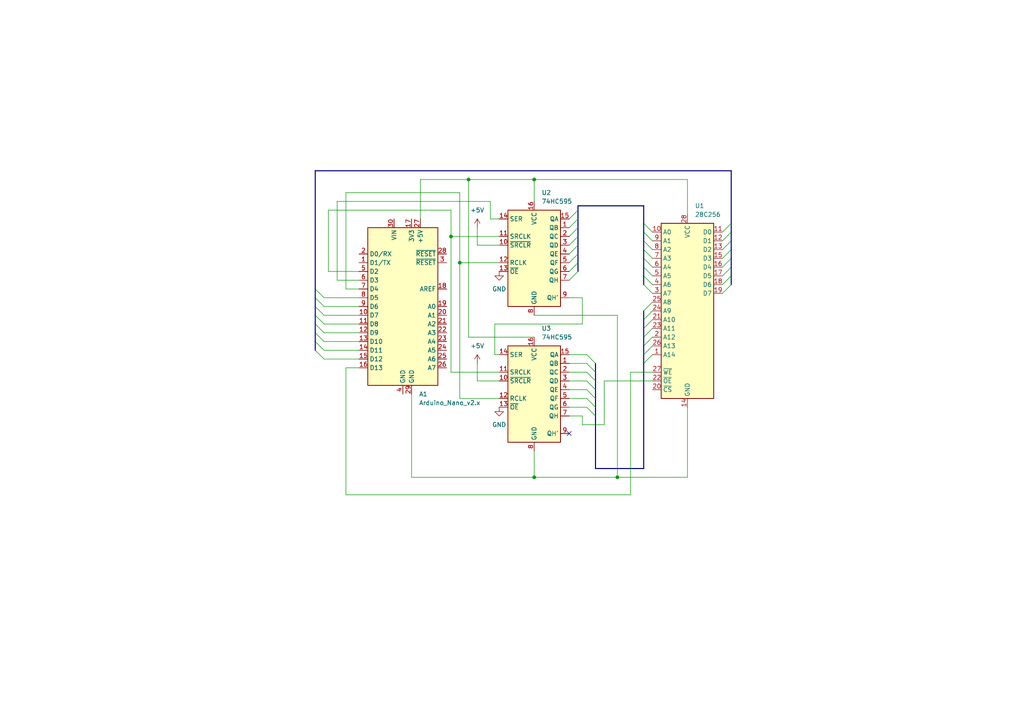
<source format=kicad_sch>
(kicad_sch (version 20250114) (generator "eeschema") (generator_version "9.0")
  (paper "A4")
  (lib_symbols
    (symbol "74xx:74HC595"
      (property "Reference" "U" (at -7.62 13.97 0))
      (property "Value" "74HC595" (at -7.62 -16.51 0))
      (symbol "74HC595_1_0"
        (pin input line (at -10.16 10.16 0) (length 2.54) (name "SER") (number "14"))
        (pin input line (at -10.16 5.08 0) (length 2.54) (name "SRCLK") (number "11"))
        (pin input line (at -10.16 2.54 0) (length 2.54) (name "~{SRCLR}") (number "10"))
        (pin input line (at -10.16 -2.54 0) (length 2.54) (name "RCLK") (number "12"))
        (pin input line (at -10.16 -5.08 0) (length 2.54) (name "~{OE}") (number "13"))
        (pin power_in line (at 0 15.24 270) (length 2.54) (name "VCC") (number "16"))
        (pin power_in line (at 0 -17.78 90) (length 2.54) (name "GND") (number "8"))
        (pin tri_state line (at 10.16 10.16 180) (length 2.54) (name "QA") (number "15"))
        (pin tri_state line (at 10.16 7.62 180) (length 2.54) (name "QB") (number "1"))
        (pin tri_state line (at 10.16 5.08 180) (length 2.54) (name "QC") (number "2"))
        (pin tri_state line (at 10.16 2.54 180) (length 2.54) (name "QD") (number "3"))
        (pin tri_state line (at 10.16 0 180) (length 2.54) (name "QE") (number "4"))
        (pin tri_state line (at 10.16 -2.54 180) (length 2.54) (name "QF") (number "5"))
        (pin tri_state line (at 10.16 -5.08 180) (length 2.54) (name "QG") (number "6"))
        (pin tri_state line (at 10.16 -7.62 180) (length 2.54) (name "QH") (number "7"))
        (pin output line (at 10.16 -12.7 180) (length 2.54) (name "QH'") (number "9"))
      )
      (symbol "74HC595_1_1"
        (rectangle (start -7.62 12.7) (end 7.62 -15.24) (stroke (width 0.254)) (fill (type background)))
      )
    )
    (symbol "MCU_Module:Arduino_Nano_v2.x"
      (property "Reference" "A" (at -10.16 23.495 0))
      (property "Value" "Arduino_Nano_v2.x" (at 5.08 -24.13 0))
      (symbol "Arduino_Nano_v2.x_0_1"
        (rectangle (start -10.16 22.86) (end 10.16 -22.86) (stroke (width 0.254)) (fill (type background)))
      )
      (symbol "Arduino_Nano_v2.x_1_1"
        (pin bidirectional line (at -12.7 15.24 0) (length 2.54) (name "D0/RX") (number "2"))
        (pin bidirectional line (at -12.7 12.7 0) (length 2.54) (name "D1/TX") (number "1"))
        (pin bidirectional line (at -12.7 10.16 0) (length 2.54) (name "D2") (number "5"))
        (pin bidirectional line (at -12.7 7.62 0) (length 2.54) (name "D3") (number "6"))
        (pin bidirectional line (at -12.7 5.08 0) (length 2.54) (name "D4") (number "7"))
        (pin bidirectional line (at -12.7 2.54 0) (length 2.54) (name "D5") (number "8"))
        (pin bidirectional line (at -12.7 0 0) (length 2.54) (name "D6") (number "9"))
        (pin bidirectional line (at -12.7 -2.54 0) (length 2.54) (name "D7") (number "10"))
        (pin bidirectional line (at -12.7 -5.08 0) (length 2.54) (name "D8") (number "11"))
        (pin bidirectional line (at -12.7 -7.62 0) (length 2.54) (name "D9") (number "12"))
        (pin bidirectional line (at -12.7 -10.16 0) (length 2.54) (name "D10") (number "13"))
        (pin bidirectional line (at -12.7 -12.7 0) (length 2.54) (name "D11") (number "14"))
        (pin bidirectional line (at -12.7 -15.24 0) (length 2.54) (name "D12") (number "15"))
        (pin bidirectional line (at -12.7 -17.78 0) (length 2.54) (name "D13") (number "16"))
        (pin power_in line (at -2.54 25.4 270) (length 2.54) (name "VIN") (number "30"))
        (pin power_in line (at 0 -25.4 90) (length 2.54) (name "GND") (number "4"))
        (pin power_out line (at 2.54 25.4 270) (length 2.54) (name "3V3") (number "17"))
        (pin power_in line (at 2.54 -25.4 90) (length 2.54) (name "GND") (number "29"))
        (pin power_out line (at 5.08 25.4 270) (length 2.54) (name "+5V") (number "27"))
        (pin input line (at 12.7 15.24 180) (length 2.54) (name "~{RESET}") (number "28"))
        (pin input line (at 12.7 12.7 180) (length 2.54) (name "~{RESET}") (number "3"))
        (pin input line (at 12.7 5.08 180) (length 2.54) (name "AREF") (number "18"))
        (pin bidirectional line (at 12.7 0 180) (length 2.54) (name "A0") (number "19"))
        (pin bidirectional line (at 12.7 -2.54 180) (length 2.54) (name "A1") (number "20"))
        (pin bidirectional line (at 12.7 -5.08 180) (length 2.54) (name "A2") (number "21"))
        (pin bidirectional line (at 12.7 -7.62 180) (length 2.54) (name "A3") (number "22"))
        (pin bidirectional line (at 12.7 -10.16 180) (length 2.54) (name "A4") (number "23"))
        (pin bidirectional line (at 12.7 -12.7 180) (length 2.54) (name "A5") (number "24"))
        (pin bidirectional line (at 12.7 -15.24 180) (length 2.54) (name "A6") (number "25"))
        (pin bidirectional line (at 12.7 -17.78 180) (length 2.54) (name "A7") (number "26"))
      )
    )
    (symbol "Memory_EEPROM:28C256"
      (property "Reference" "U" (at -7.62 26.67 0))
      (property "Value" "28C256" (at 2.54 -26.67 0))
      (symbol "28C256_1_1"
        (rectangle (start -7.62 25.4) (end 7.62 -25.4) (stroke (width 0.254)) (fill (type background)))
        (pin input line (at -10.16 22.86 0) (length 2.54) (name "A0") (number "10"))
        (pin input line (at -10.16 20.32 0) (length 2.54) (name "A1") (number "9"))
        (pin input line (at -10.16 17.78 0) (length 2.54) (name "A2") (number "8"))
        (pin input line (at -10.16 15.24 0) (length 2.54) (name "A3") (number "7"))
        (pin input line (at -10.16 12.7 0) (length 2.54) (name "A4") (number "6"))
        (pin input line (at -10.16 10.16 0) (length 2.54) (name "A5") (number "5"))
        (pin input line (at -10.16 7.62 0) (length 2.54) (name "A6") (number "4"))
        (pin input line (at -10.16 5.08 0) (length 2.54) (name "A7") (number "3"))
        (pin input line (at -10.16 2.54 0) (length 2.54) (name "A8") (number "25"))
        (pin input line (at -10.16 0 0) (length 2.54) (name "A9") (number "24"))
        (pin input line (at -10.16 -2.54 0) (length 2.54) (name "A10") (number "21"))
        (pin input line (at -10.16 -5.08 0) (length 2.54) (name "A11") (number "23"))
        (pin input line (at -10.16 -7.62 0) (length 2.54) (name "A12") (number "2"))
        (pin input line (at -10.16 -10.16 0) (length 2.54) (name "A13") (number "26"))
        (pin input line (at -10.16 -12.7 0) (length 2.54) (name "A14") (number "1"))
        (pin input line (at -10.16 -17.78 0) (length 2.54) (name "~{WE}") (number "27"))
        (pin input line (at -10.16 -20.32 0) (length 2.54) (name "~{OE}") (number "22"))
        (pin input line (at -10.16 -22.86 0) (length 2.54) (name "~{CS}") (number "20"))
        (pin power_in line (at 0 27.94 270) (length 2.54) (name "VCC") (number "28"))
        (pin power_in line (at 0 -27.94 90) (length 2.54) (name "GND") (number "14"))
        (pin tri_state line (at 10.16 22.86 180) (length 2.54) (name "D0") (number "11"))
        (pin tri_state line (at 10.16 20.32 180) (length 2.54) (name "D1") (number "12"))
        (pin tri_state line (at 10.16 17.78 180) (length 2.54) (name "D2") (number "13"))
        (pin tri_state line (at 10.16 15.24 180) (length 2.54) (name "D3") (number "15"))
        (pin tri_state line (at 10.16 12.7 180) (length 2.54) (name "D4") (number "16"))
        (pin tri_state line (at 10.16 10.16 180) (length 2.54) (name "D5") (number "17"))
        (pin tri_state line (at 10.16 7.62 180) (length 2.54) (name "D6") (number "18"))
        (pin tri_state line (at 10.16 5.08 180) (length 2.54) (name "D7") (number "19"))
      )
    )
    (symbol "power:+5V" (power) (pin_numbers (hide yes)) (pin_names (offset 0) (hide yes))
      (property "Value" "+5V" (at 0 3.556 0))
      (symbol "+5V_0_1"
        (polyline (pts (xy -0.762 1.27) (xy 0 2.54)))
        (polyline (pts (xy 0 2.54) (xy 0.762 1.27)))
        (polyline (pts (xy 0 0) (xy 0 2.54)))
      )
      (symbol "+5V_1_1"
        (pin power_in line (at 0 0 90) (length 0) (name "~") (number "1"))
      )
    )
    (symbol "power:GND" (power) (pin_numbers (hide yes)) (pin_names (offset 0) (hide yes))
      (property "Value" "GND" (at 0 -3.81 0))
      (symbol "GND_0_1"
        (polyline (pts (xy 0 0) (xy 0 -1.27) (xy 1.27 -1.27) (xy 0 -2.54) (xy -1.27 -1.27) (xy 0 -1.27)))
      )
      (symbol "GND_1_1"
        (pin power_in line (at 0 0 270) (length 0) (name "~") (number "1"))
      )
    )
  )
  (junction (at 130.81 68.58))
  (junction (at 154.94 138.43))
  (junction (at 135.89 52.07))
  (junction (at 179.07 138.43))
  (junction (at 133.35 76.2))
  (junction (at 154.94 52.07))
  (no_connect (at 165.1 125.73))
  (bus_entry (at 186.69 67.31) (size 2.54 2.54))
  (bus_entry (at 212.09 69.85) (size -2.54 2.54))
  (bus_entry (at 165.1 66.04) (size 2.54 -2.54))
  (bus_entry (at 91.44 86.36) (size 2.54 2.54))
  (bus_entry (at 91.44 99.06) (size 2.54 2.54))
  (bus_entry (at 172.72 110.49) (size -2.54 -2.54))
  (bus_entry (at 91.44 88.9) (size 2.54 2.54))
  (bus_entry (at 165.1 71.12) (size 2.54 -2.54))
  (bus_entry (at 189.23 92.71) (size -2.54 2.54))
  (bus_entry (at 172.72 105.41) (size -2.54 -2.54))
  (bus_entry (at 91.44 93.98) (size 2.54 2.54))
  (bus_entry (at 212.09 72.39) (size -2.54 2.54))
  (bus_entry (at 91.44 91.44) (size 2.54 2.54))
  (bus_entry (at 165.1 78.74) (size 2.54 -2.54))
  (bus_entry (at 189.23 87.63) (size -2.54 2.54))
  (bus_entry (at 186.69 77.47) (size 2.54 2.54))
  (bus_entry (at 212.09 77.47) (size -2.54 2.54))
  (bus_entry (at 172.72 115.57) (size -2.54 -2.54))
  (bus_entry (at 212.09 82.55) (size -2.54 2.54))
  (bus_entry (at 189.23 102.87) (size -2.54 2.54))
  (bus_entry (at 212.09 67.31) (size -2.54 2.54))
  (bus_entry (at 186.69 80.01) (size 2.54 2.54))
  (bus_entry (at 172.72 120.65) (size -2.54 -2.54))
  (bus_entry (at 91.44 83.82) (size 2.54 2.54))
  (bus_entry (at 91.44 96.52) (size 2.54 2.54))
  (bus_entry (at 165.1 81.28) (size 2.54 -2.54))
  (bus_entry (at 186.69 64.77) (size 2.54 2.54))
  (bus_entry (at 189.23 100.33) (size -2.54 2.54))
  (bus_entry (at 212.09 64.77) (size -2.54 2.54))
  (bus_entry (at 172.72 107.95) (size -2.54 -2.54))
  (bus_entry (at 186.69 69.85) (size 2.54 2.54))
  (bus_entry (at 165.1 63.5) (size 2.54 -2.54))
  (bus_entry (at 172.72 118.11) (size -2.54 -2.54))
  (bus_entry (at 165.1 73.66) (size 2.54 -2.54))
  (bus_entry (at 212.09 80.01) (size -2.54 2.54))
  (bus_entry (at 186.69 72.39) (size 2.54 2.54))
  (bus_entry (at 189.23 95.25) (size -2.54 2.54))
  (bus_entry (at 172.72 113.03) (size -2.54 -2.54))
  (bus_entry (at 186.69 82.55) (size 2.54 2.54))
  (bus_entry (at 186.69 74.93) (size 2.54 2.54))
  (bus_entry (at 165.1 68.58) (size 2.54 -2.54))
  (bus_entry (at 189.23 97.79) (size -2.54 2.54))
  (bus_entry (at 91.44 101.6) (size 2.54 2.54))
  (bus_entry (at 189.23 90.17) (size -2.54 2.54))
  (bus_entry (at 165.1 76.2) (size 2.54 -2.54))
  (bus_entry (at 212.09 74.93) (size -2.54 2.54))
  (wire (pts (xy 182.88 143.51) (xy 182.88 107.95)))
  (bus (pts (xy 167.64 71.12) (xy 167.64 68.58)))
  (bus (pts (xy 212.09 69.85) (xy 212.09 72.39)))
  (bus (pts (xy 186.69 135.89) (xy 172.72 135.89)))
  (wire (pts (xy 168.91 123.19) (xy 168.91 120.65)))
  (wire (pts (xy 168.91 93.98) (xy 143.51 93.98)))
  (wire (pts (xy 175.26 123.19) (xy 168.91 123.19)))
  (wire (pts (xy 165.1 102.87) (xy 170.18 102.87)))
  (bus (pts (xy 212.09 72.39) (xy 212.09 74.93)))
  (wire (pts (xy 142.24 63.5) (xy 144.78 63.5)))
  (wire (pts (xy 100.33 55.88) (xy 133.35 55.88)))
  (wire (pts (xy 199.39 52.07) (xy 199.39 62.23)))
  (bus (pts (xy 167.64 76.2) (xy 167.64 73.66)))
  (wire (pts (xy 119.38 138.43) (xy 154.94 138.43)))
  (wire (pts (xy 138.43 66.04) (xy 138.43 71.12)))
  (wire (pts (xy 189.23 110.49) (xy 175.26 110.49)))
  (bus (pts (xy 91.44 49.53) (xy 212.09 49.53)))
  (wire (pts (xy 165.1 107.95) (xy 170.18 107.95)))
  (wire (pts (xy 138.43 105.41) (xy 138.43 110.49)))
  (wire (pts (xy 93.98 88.9) (xy 104.14 88.9)))
  (bus (pts (xy 212.09 64.77) (xy 212.09 67.31)))
  (wire (pts (xy 93.98 96.52) (xy 104.14 96.52)))
  (wire (pts (xy 135.89 52.07) (xy 154.94 52.07)))
  (bus (pts (xy 91.44 86.36) (xy 91.44 83.82)))
  (wire (pts (xy 104.14 106.68) (xy 100.33 106.68)))
  (bus (pts (xy 212.09 77.47) (xy 212.09 80.01)))
  (bus (pts (xy 91.44 99.06) (xy 91.44 96.52)))
  (wire (pts (xy 93.98 86.36) (xy 104.14 86.36)))
  (bus (pts (xy 167.64 73.66) (xy 167.64 71.12)))
  (wire (pts (xy 93.98 104.14) (xy 104.14 104.14)))
  (bus (pts (xy 186.69 97.79) (xy 186.69 100.33)))
  (bus (pts (xy 212.09 80.01) (xy 212.09 82.55)))
  (wire (pts (xy 119.38 114.3) (xy 119.38 138.43)))
  (wire (pts (xy 165.1 110.49) (xy 170.18 110.49)))
  (wire (pts (xy 97.79 81.28) (xy 97.79 58.42)))
  (bus (pts (xy 186.69 80.01) (xy 186.69 82.55)))
  (wire (pts (xy 138.43 110.49) (xy 144.78 110.49)))
  (bus (pts (xy 91.44 83.82) (xy 91.44 49.53)))
  (bus (pts (xy 186.69 105.41) (xy 186.69 135.89)))
  (wire (pts (xy 93.98 91.44) (xy 104.14 91.44)))
  (bus (pts (xy 167.64 60.96) (xy 167.64 59.69)))
  (wire (pts (xy 95.25 60.96) (xy 130.81 60.96)))
  (bus (pts (xy 186.69 72.39) (xy 186.69 74.93)))
  (wire (pts (xy 93.98 99.06) (xy 104.14 99.06)))
  (wire (pts (xy 133.35 55.88) (xy 133.35 76.2)))
  (wire (pts (xy 121.92 52.07) (xy 135.89 52.07)))
  (bus (pts (xy 212.09 74.93) (xy 212.09 77.47)))
  (wire (pts (xy 154.94 91.44) (xy 179.07 91.44)))
  (wire (pts (xy 143.51 93.98) (xy 143.51 102.87)))
  (wire (pts (xy 168.91 86.36) (xy 168.91 93.98)))
  (bus (pts (xy 91.44 101.6) (xy 91.44 99.06)))
  (bus (pts (xy 172.72 105.41) (xy 172.72 107.95)))
  (wire (pts (xy 133.35 76.2) (xy 133.35 115.57)))
  (wire (pts (xy 130.81 68.58) (xy 144.78 68.58)))
  (wire (pts (xy 154.94 52.07) (xy 199.39 52.07)))
  (wire (pts (xy 104.14 83.82) (xy 100.33 83.82)))
  (wire (pts (xy 138.43 71.12) (xy 144.78 71.12)))
  (wire (pts (xy 100.33 143.51) (xy 182.88 143.51)))
  (wire (pts (xy 154.94 52.07) (xy 154.94 58.42)))
  (wire (pts (xy 104.14 81.28) (xy 97.79 81.28)))
  (wire (pts (xy 130.81 68.58) (xy 130.81 107.95)))
  (bus (pts (xy 186.69 59.69) (xy 186.69 64.77)))
  (wire (pts (xy 135.89 97.79) (xy 135.89 52.07)))
  (bus (pts (xy 186.69 100.33) (xy 186.69 102.87)))
  (bus (pts (xy 186.69 92.71) (xy 186.69 95.25)))
  (wire (pts (xy 154.94 130.81) (xy 154.94 138.43)))
  (wire (pts (xy 97.79 58.42) (xy 142.24 58.42)))
  (wire (pts (xy 100.33 106.68) (xy 100.33 143.51)))
  (bus (pts (xy 167.64 59.69) (xy 186.69 59.69)))
  (wire (pts (xy 199.39 138.43) (xy 199.39 118.11)))
  (bus (pts (xy 186.69 67.31) (xy 186.69 69.85)))
  (wire (pts (xy 133.35 76.2) (xy 144.78 76.2)))
  (wire (pts (xy 143.51 102.87) (xy 144.78 102.87)))
  (bus (pts (xy 167.64 78.74) (xy 167.64 76.2)))
  (wire (pts (xy 165.1 118.11) (xy 170.18 118.11)))
  (bus (pts (xy 172.72 118.11) (xy 172.72 120.65)))
  (wire (pts (xy 121.92 63.5) (xy 121.92 52.07)))
  (bus (pts (xy 186.69 69.85) (xy 186.69 72.39)))
  (bus (pts (xy 186.69 90.17) (xy 186.69 92.71)))
  (bus (pts (xy 186.69 64.77) (xy 186.69 67.31)))
  (wire (pts (xy 175.26 110.49) (xy 175.26 123.19)))
  (wire (pts (xy 165.1 86.36) (xy 168.91 86.36)))
  (wire (pts (xy 165.1 105.41) (xy 170.18 105.41)))
  (wire (pts (xy 133.35 115.57) (xy 144.78 115.57)))
  (wire (pts (xy 93.98 93.98) (xy 104.14 93.98)))
  (wire (pts (xy 93.98 101.6) (xy 104.14 101.6)))
  (bus (pts (xy 167.64 63.5) (xy 167.64 60.96)))
  (bus (pts (xy 186.69 74.93) (xy 186.69 77.47)))
  (bus (pts (xy 186.69 95.25) (xy 186.69 97.79)))
  (wire (pts (xy 154.94 138.43) (xy 179.07 138.43)))
  (bus (pts (xy 172.72 107.95) (xy 172.72 110.49)))
  (bus (pts (xy 172.72 110.49) (xy 172.72 113.03)))
  (wire (pts (xy 154.94 97.79) (xy 135.89 97.79)))
  (wire (pts (xy 168.91 120.65) (xy 165.1 120.65)))
  (bus (pts (xy 172.72 115.57) (xy 172.72 118.11)))
  (bus (pts (xy 91.44 96.52) (xy 91.44 93.98)))
  (wire (pts (xy 165.1 115.57) (xy 170.18 115.57)))
  (wire (pts (xy 179.07 138.43) (xy 199.39 138.43)))
  (wire (pts (xy 130.81 107.95) (xy 144.78 107.95)))
  (bus (pts (xy 167.64 68.58) (xy 167.64 66.04)))
  (wire (pts (xy 142.24 58.42) (xy 142.24 63.5)))
  (bus (pts (xy 172.72 120.65) (xy 172.72 135.89)))
  (bus (pts (xy 186.69 77.47) (xy 186.69 80.01)))
  (bus (pts (xy 212.09 67.31) (xy 212.09 69.85)))
  (bus (pts (xy 91.44 93.98) (xy 91.44 91.44)))
  (wire (pts (xy 179.07 91.44) (xy 179.07 138.43)))
  (wire (pts (xy 130.81 60.96) (xy 130.81 68.58)))
  (wire (pts (xy 165.1 113.03) (xy 170.18 113.03)))
  (bus (pts (xy 212.09 49.53) (xy 212.09 64.77)))
  (wire (pts (xy 182.88 107.95) (xy 189.23 107.95)))
  (bus (pts (xy 186.69 102.87) (xy 186.69 105.41)))
  (wire (pts (xy 100.33 83.82) (xy 100.33 55.88)))
  (bus (pts (xy 167.64 66.04) (xy 167.64 63.5)))
  (bus (pts (xy 91.44 88.9) (xy 91.44 86.36)))
  (wire (pts (xy 104.14 78.74) (xy 95.25 78.74)))
  (wire (pts (xy 95.25 78.74) (xy 95.25 60.96)))
  (bus (pts (xy 91.44 91.44) (xy 91.44 88.9)))
  (bus (pts (xy 172.72 113.03) (xy 172.72 115.57)))
  (symbol (lib_id "74xx:74HC595") (at 154.94 73.66 0) (unit 1)
    (property "Reference" "U2" (at 157.0833 55.88 0) (effects (justify left)))
    (property "Value" "74HC595" (at 157.0833 58.42 0) (effects (justify left)))
    (property "Datasheet" "http://www.ti.com/lit/ds/symlink/sn74hc595.pdf" (effects (hide yes)))
    (property "Description" "8-bit serial in/out Shift Register 3-State Outputs" (effects (hide yes)))
  )
  (symbol (lib_id "power:GND") (at 144.78 78.74 0) (unit 1)
    (property "Reference" "#PWR01" (effects (hide yes)))
    (property "Value" "GND" (at 144.78 83.82 0))
    (property "Description" "Power symbol creates a global label with name \"GND\" , ground" (effects (hide yes)))
  )
  (symbol (lib_id "power:+5V") (at 138.43 66.04 0) (unit 1)
    (property "Reference" "#PWR03" (effects (hide yes)))
    (property "Value" "+5V" (at 138.43 60.96 0))
    (property "Description" "Power symbol creates a global label with name \"+5V\"" (effects (hide yes)))
  )
  (symbol (lib_id "Memory_EEPROM:28C256") (at 199.39 90.17 0) (unit 1)
    (property "Reference" "U1" (at 201.5333 59.69 0) (effects (justify left)))
    (property "Value" "28C256" (at 201.5333 62.23 0) (effects (justify left)))
    (property "Datasheet" "http://ww1.microchip.com/downloads/en/DeviceDoc/doc0006.pdf" (effects (hide yes)))
    (property "Description" "Paged Parallel EEPROM 256Kb (32K x 8), DIP-28/SOIC-28" (effects (hide yes)))
  )
  (symbol (lib_id "MCU_Module:Arduino_Nano_v2.x") (at 116.84 88.9 0) (unit 1)
    (property "Reference" "A1" (at 121.5233 114.3 0) (effects (justify left)))
    (property "Value" "Arduino_Nano_v2.x" (at 121.5233 116.84 0) (effects (justify left)))
    (property "Footprint" "Module:Arduino_Nano" (effects (hide yes)))
    (property "Datasheet" "https://www.arduino.cc/en/uploads/Main/ArduinoNanoManual23.pdf" (effects (hide yes)))
    (property "Description" "Arduino Nano v2.x" (effects (hide yes)))
  )
  (symbol (lib_id "power:GND") (at 144.78 118.11 0) (unit 1)
    (property "Reference" "#PWR02" (effects (hide yes)))
    (property "Value" "GND" (at 144.78 123.19 0))
    (property "Description" "Power symbol creates a global label with name \"GND\" , ground" (effects (hide yes)))
  )
  (symbol (lib_id "power:+5V") (at 138.43 105.41 0) (unit 1)
    (property "Reference" "#PWR04" (effects (hide yes)))
    (property "Value" "+5V" (at 138.43 100.33 0))
    (property "Description" "Power symbol creates a global label with name \"+5V\"" (effects (hide yes)))
  )
  (symbol (lib_id "74xx:74HC595") (at 154.94 113.03 0) (unit 1)
    (property "Reference" "U3" (at 157.0833 95.25 0) (effects (justify left)))
    (property "Value" "74HC595" (at 157.0833 97.79 0) (effects (justify left)))
    (property "Datasheet" "http://www.ti.com/lit/ds/symlink/sn74hc595.pdf" (effects (hide yes)))
    (property "Description" "8-bit serial in/out Shift Register 3-State Outputs" (effects (hide yes)))
  )
)
</source>
